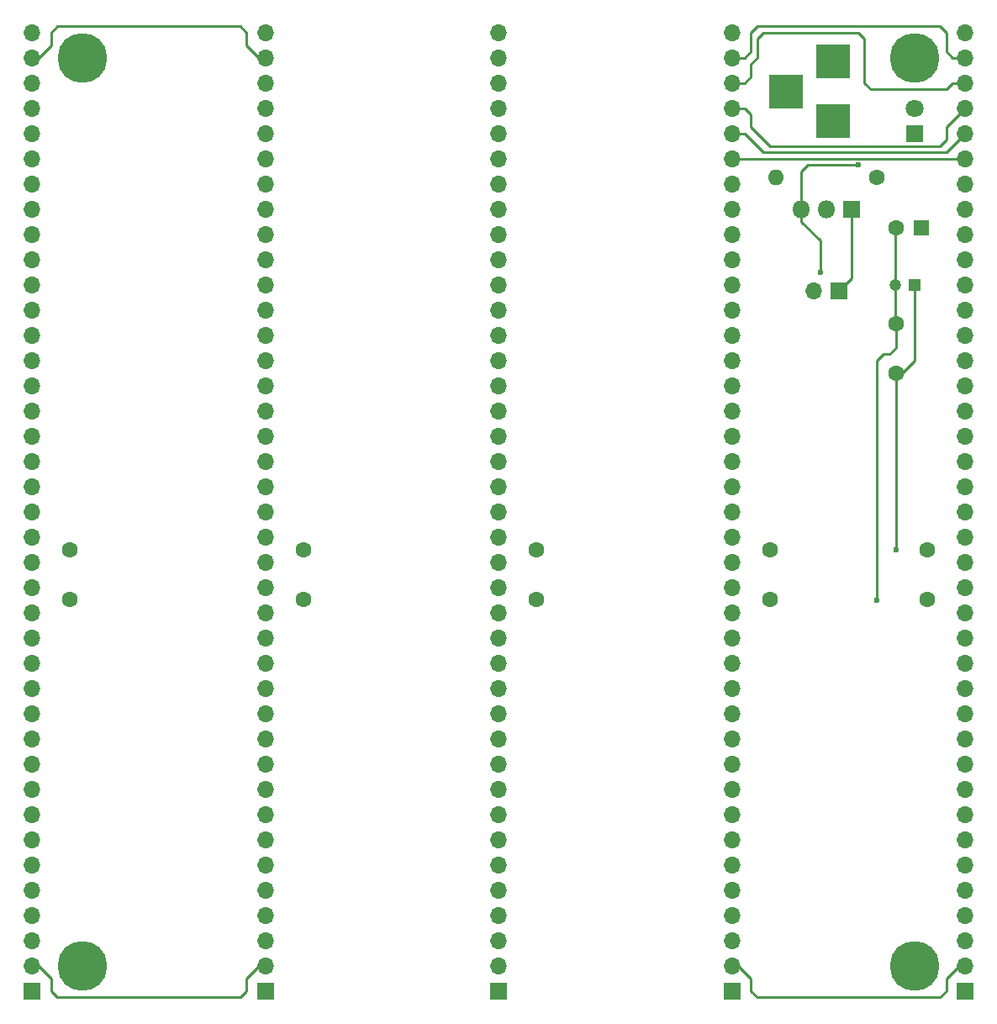
<source format=gbl>
G04 #@! TF.FileFunction,Copper,L2,Bot,Signal*
%FSLAX46Y46*%
G04 Gerber Fmt 4.6, Leading zero omitted, Abs format (unit mm)*
G04 Created by KiCad (PCBNEW 4.0.7) date 02/11/19 21:11:47*
%MOMM*%
%LPD*%
G01*
G04 APERTURE LIST*
%ADD10C,0.100000*%
%ADD11R,1.700000X1.700000*%
%ADD12O,1.700000X1.700000*%
%ADD13R,1.600000X1.600000*%
%ADD14C,1.600000*%
%ADD15R,1.200000X1.200000*%
%ADD16C,1.200000*%
%ADD17R,3.500000X3.500000*%
%ADD18C,5.000000*%
%ADD19R,1.800000X1.800000*%
%ADD20O,1.800000X1.800000*%
%ADD21C,1.800000*%
%ADD22O,1.600000X1.600000*%
%ADD23C,0.600000*%
%ADD24C,0.250000*%
G04 APERTURE END LIST*
D10*
D11*
X64770000Y-156210000D03*
D12*
X64770000Y-153670000D03*
X64770000Y-151130000D03*
X64770000Y-148590000D03*
X64770000Y-146050000D03*
X64770000Y-143510000D03*
X64770000Y-140970000D03*
X64770000Y-138430000D03*
X64770000Y-135890000D03*
X64770000Y-133350000D03*
X64770000Y-130810000D03*
X64770000Y-128270000D03*
X64770000Y-125730000D03*
X64770000Y-123190000D03*
X64770000Y-120650000D03*
X64770000Y-118110000D03*
X64770000Y-115570000D03*
X64770000Y-113030000D03*
X64770000Y-110490000D03*
X64770000Y-107950000D03*
X64770000Y-105410000D03*
X64770000Y-102870000D03*
X64770000Y-100330000D03*
X64770000Y-97790000D03*
X64770000Y-95250000D03*
X64770000Y-92710000D03*
X64770000Y-90170000D03*
X64770000Y-87630000D03*
X64770000Y-85090000D03*
X64770000Y-82550000D03*
X64770000Y-80010000D03*
X64770000Y-77470000D03*
X64770000Y-74930000D03*
X64770000Y-72390000D03*
X64770000Y-69850000D03*
X64770000Y-67310000D03*
X64770000Y-64770000D03*
X64770000Y-62230000D03*
X64770000Y-59690000D03*
D13*
X154305000Y-79375000D03*
D14*
X151805000Y-79375000D03*
D15*
X153670000Y-85090000D03*
D16*
X151670000Y-85090000D03*
D14*
X151765000Y-93980000D03*
X151765000Y-88980000D03*
X68580000Y-111760000D03*
X68580000Y-116760000D03*
X92075000Y-111760000D03*
X92075000Y-116760000D03*
X115570000Y-111760000D03*
X115570000Y-116760000D03*
X139065000Y-111760000D03*
X139065000Y-116760000D03*
X154940000Y-111760000D03*
X154940000Y-116760000D03*
D17*
X145415000Y-68580000D03*
X145415000Y-62580000D03*
X140715000Y-65580000D03*
D11*
X88265000Y-156210000D03*
D12*
X88265000Y-153670000D03*
X88265000Y-151130000D03*
X88265000Y-148590000D03*
X88265000Y-146050000D03*
X88265000Y-143510000D03*
X88265000Y-140970000D03*
X88265000Y-138430000D03*
X88265000Y-135890000D03*
X88265000Y-133350000D03*
X88265000Y-130810000D03*
X88265000Y-128270000D03*
X88265000Y-125730000D03*
X88265000Y-123190000D03*
X88265000Y-120650000D03*
X88265000Y-118110000D03*
X88265000Y-115570000D03*
X88265000Y-113030000D03*
X88265000Y-110490000D03*
X88265000Y-107950000D03*
X88265000Y-105410000D03*
X88265000Y-102870000D03*
X88265000Y-100330000D03*
X88265000Y-97790000D03*
X88265000Y-95250000D03*
X88265000Y-92710000D03*
X88265000Y-90170000D03*
X88265000Y-87630000D03*
X88265000Y-85090000D03*
X88265000Y-82550000D03*
X88265000Y-80010000D03*
X88265000Y-77470000D03*
X88265000Y-74930000D03*
X88265000Y-72390000D03*
X88265000Y-69850000D03*
X88265000Y-67310000D03*
X88265000Y-64770000D03*
X88265000Y-62230000D03*
X88265000Y-59690000D03*
D11*
X111760000Y-156210000D03*
D12*
X111760000Y-153670000D03*
X111760000Y-151130000D03*
X111760000Y-148590000D03*
X111760000Y-146050000D03*
X111760000Y-143510000D03*
X111760000Y-140970000D03*
X111760000Y-138430000D03*
X111760000Y-135890000D03*
X111760000Y-133350000D03*
X111760000Y-130810000D03*
X111760000Y-128270000D03*
X111760000Y-125730000D03*
X111760000Y-123190000D03*
X111760000Y-120650000D03*
X111760000Y-118110000D03*
X111760000Y-115570000D03*
X111760000Y-113030000D03*
X111760000Y-110490000D03*
X111760000Y-107950000D03*
X111760000Y-105410000D03*
X111760000Y-102870000D03*
X111760000Y-100330000D03*
X111760000Y-97790000D03*
X111760000Y-95250000D03*
X111760000Y-92710000D03*
X111760000Y-90170000D03*
X111760000Y-87630000D03*
X111760000Y-85090000D03*
X111760000Y-82550000D03*
X111760000Y-80010000D03*
X111760000Y-77470000D03*
X111760000Y-74930000D03*
X111760000Y-72390000D03*
X111760000Y-69850000D03*
X111760000Y-67310000D03*
X111760000Y-64770000D03*
X111760000Y-62230000D03*
X111760000Y-59690000D03*
D11*
X135255000Y-156210000D03*
D12*
X135255000Y-153670000D03*
X135255000Y-151130000D03*
X135255000Y-148590000D03*
X135255000Y-146050000D03*
X135255000Y-143510000D03*
X135255000Y-140970000D03*
X135255000Y-138430000D03*
X135255000Y-135890000D03*
X135255000Y-133350000D03*
X135255000Y-130810000D03*
X135255000Y-128270000D03*
X135255000Y-125730000D03*
X135255000Y-123190000D03*
X135255000Y-120650000D03*
X135255000Y-118110000D03*
X135255000Y-115570000D03*
X135255000Y-113030000D03*
X135255000Y-110490000D03*
X135255000Y-107950000D03*
X135255000Y-105410000D03*
X135255000Y-102870000D03*
X135255000Y-100330000D03*
X135255000Y-97790000D03*
X135255000Y-95250000D03*
X135255000Y-92710000D03*
X135255000Y-90170000D03*
X135255000Y-87630000D03*
X135255000Y-85090000D03*
X135255000Y-82550000D03*
X135255000Y-80010000D03*
X135255000Y-77470000D03*
X135255000Y-74930000D03*
X135255000Y-72390000D03*
X135255000Y-69850000D03*
X135255000Y-67310000D03*
X135255000Y-64770000D03*
X135255000Y-62230000D03*
X135255000Y-59690000D03*
D11*
X158750000Y-156210000D03*
D12*
X158750000Y-153670000D03*
X158750000Y-151130000D03*
X158750000Y-148590000D03*
X158750000Y-146050000D03*
X158750000Y-143510000D03*
X158750000Y-140970000D03*
X158750000Y-138430000D03*
X158750000Y-135890000D03*
X158750000Y-133350000D03*
X158750000Y-130810000D03*
X158750000Y-128270000D03*
X158750000Y-125730000D03*
X158750000Y-123190000D03*
X158750000Y-120650000D03*
X158750000Y-118110000D03*
X158750000Y-115570000D03*
X158750000Y-113030000D03*
X158750000Y-110490000D03*
X158750000Y-107950000D03*
X158750000Y-105410000D03*
X158750000Y-102870000D03*
X158750000Y-100330000D03*
X158750000Y-97790000D03*
X158750000Y-95250000D03*
X158750000Y-92710000D03*
X158750000Y-90170000D03*
X158750000Y-87630000D03*
X158750000Y-85090000D03*
X158750000Y-82550000D03*
X158750000Y-80010000D03*
X158750000Y-77470000D03*
X158750000Y-74930000D03*
X158750000Y-72390000D03*
X158750000Y-69850000D03*
X158750000Y-67310000D03*
X158750000Y-64770000D03*
X158750000Y-62230000D03*
X158750000Y-59690000D03*
D18*
X69850000Y-153670000D03*
X153670000Y-153670000D03*
X153670000Y-62230000D03*
X69850000Y-62230000D03*
D19*
X147320000Y-77470000D03*
D20*
X144780000Y-77470000D03*
X142240000Y-77470000D03*
D11*
X146050000Y-85725000D03*
D12*
X143510000Y-85725000D03*
D19*
X153670000Y-69850000D03*
D21*
X153670000Y-67310000D03*
D14*
X149860000Y-74295000D03*
D22*
X139700000Y-74295000D03*
D23*
X149860000Y-116840000D03*
X147955000Y-73025000D03*
X144145000Y-83820000D03*
X151765000Y-111760000D03*
D24*
X147320000Y-77470000D02*
X147320000Y-84455000D01*
X147320000Y-84455000D02*
X146050000Y-85725000D01*
X151670000Y-85090000D02*
X151670000Y-79510000D01*
X151670000Y-79510000D02*
X151805000Y-79375000D01*
X151670000Y-85090000D02*
X151670000Y-88885000D01*
X151670000Y-88885000D02*
X151765000Y-88980000D01*
X151670000Y-79510000D02*
X151805000Y-79375000D01*
X149860000Y-116840000D02*
X149860000Y-95250000D01*
X149860000Y-93345000D02*
X149860000Y-95250000D01*
X151765000Y-90805000D02*
X151765000Y-88980000D01*
X149860000Y-92710000D02*
X150495000Y-92075000D01*
X149860000Y-93345000D02*
X149860000Y-92710000D01*
X151130000Y-92075000D02*
X151765000Y-91440000D01*
X151765000Y-91440000D02*
X151765000Y-90805000D01*
X150495000Y-92075000D02*
X151130000Y-92075000D01*
X151670000Y-88885000D02*
X151765000Y-88980000D01*
X153670000Y-92710000D02*
X153670000Y-85090000D01*
X142875000Y-73025000D02*
X142240000Y-73660000D01*
X147955000Y-73025000D02*
X142875000Y-73025000D01*
X142240000Y-73660000D02*
X142240000Y-77470000D01*
X142240000Y-77470000D02*
X142240000Y-78740000D01*
X144145000Y-80645000D02*
X142240000Y-78740000D01*
X144145000Y-80645000D02*
X144145000Y-83820000D01*
X151765000Y-93980000D02*
X151765000Y-111760000D01*
X151765000Y-93980000D02*
X152400000Y-93980000D01*
X152400000Y-93980000D02*
X153035000Y-93345000D01*
X153035000Y-93345000D02*
X153670000Y-92710000D01*
X158750000Y-153670000D02*
X158115000Y-153670000D01*
X158115000Y-153670000D02*
X156845000Y-154940000D01*
X156845000Y-154940000D02*
X156845000Y-156210000D01*
X156845000Y-156210000D02*
X156210000Y-156845000D01*
X156210000Y-156845000D02*
X137795000Y-156845000D01*
X137795000Y-156845000D02*
X137160000Y-156210000D01*
X137160000Y-156210000D02*
X137160000Y-154940000D01*
X137160000Y-154940000D02*
X135890000Y-153670000D01*
X135890000Y-153670000D02*
X135255000Y-153670000D01*
X87630000Y-153670000D02*
X86360000Y-154940000D01*
X86360000Y-156210000D02*
X86360000Y-154940000D01*
X85725000Y-156845000D02*
X86360000Y-156210000D01*
X67310000Y-156845000D02*
X85725000Y-156845000D01*
X66675000Y-156210000D02*
X67310000Y-156845000D01*
X66675000Y-154940000D02*
X66675000Y-156210000D01*
X66675000Y-154940000D02*
X65405000Y-153670000D01*
X87630000Y-153670000D02*
X88265000Y-153670000D01*
X64770000Y-153670000D02*
X65405000Y-153670000D01*
X158750000Y-72390000D02*
X135255000Y-72390000D01*
X148590000Y-71755000D02*
X156845000Y-71755000D01*
X156845000Y-71755000D02*
X158750000Y-69850000D01*
X136525000Y-69850000D02*
X135255000Y-69850000D01*
X138430000Y-71755000D02*
X136525000Y-69850000D01*
X148590000Y-71755000D02*
X138430000Y-71755000D01*
X147955000Y-71120000D02*
X156210000Y-71120000D01*
X156845000Y-69215000D02*
X158750000Y-67310000D01*
X156845000Y-70485000D02*
X156845000Y-69215000D01*
X156210000Y-71120000D02*
X156845000Y-70485000D01*
X147955000Y-71120000D02*
X139065000Y-71120000D01*
X139065000Y-71120000D02*
X137160000Y-69215000D01*
X137160000Y-69215000D02*
X137160000Y-67945000D01*
X137160000Y-67945000D02*
X136525000Y-67310000D01*
X136525000Y-67310000D02*
X135255000Y-67310000D01*
X151130000Y-65405000D02*
X149225000Y-65405000D01*
X148590000Y-60325000D02*
X147955000Y-59690000D01*
X148590000Y-64770000D02*
X148590000Y-60325000D01*
X149225000Y-65405000D02*
X148590000Y-64770000D01*
X158750000Y-64770000D02*
X157480000Y-64770000D01*
X136525000Y-64770000D02*
X137160000Y-64135000D01*
X136525000Y-64770000D02*
X135255000Y-64770000D01*
X138430000Y-59690000D02*
X147955000Y-59690000D01*
X137795000Y-60325000D02*
X138430000Y-59690000D01*
X137795000Y-62230000D02*
X137795000Y-60325000D01*
X137160000Y-62865000D02*
X137795000Y-62230000D01*
X137160000Y-64135000D02*
X137160000Y-62865000D01*
X156845000Y-65405000D02*
X151130000Y-65405000D01*
X157480000Y-64770000D02*
X156845000Y-65405000D01*
X158750000Y-62230000D02*
X157480000Y-62230000D01*
X136525000Y-62230000D02*
X135255000Y-62230000D01*
X137160000Y-61595000D02*
X136525000Y-62230000D01*
X137160000Y-59690000D02*
X137160000Y-61595000D01*
X137795000Y-59055000D02*
X137160000Y-59690000D01*
X156210000Y-59055000D02*
X137795000Y-59055000D01*
X156845000Y-59690000D02*
X156210000Y-59055000D01*
X156845000Y-61595000D02*
X156845000Y-59690000D01*
X157480000Y-62230000D02*
X156845000Y-61595000D01*
X64770000Y-62230000D02*
X65405000Y-62230000D01*
X65405000Y-62230000D02*
X66675000Y-60960000D01*
X66675000Y-60960000D02*
X66675000Y-59690000D01*
X66675000Y-59690000D02*
X67310000Y-59055000D01*
X67310000Y-59055000D02*
X85725000Y-59055000D01*
X85725000Y-59055000D02*
X86360000Y-59690000D01*
X86360000Y-59690000D02*
X86360000Y-60960000D01*
X86360000Y-60960000D02*
X87630000Y-62230000D01*
X87630000Y-62230000D02*
X88265000Y-62230000D01*
M02*

</source>
